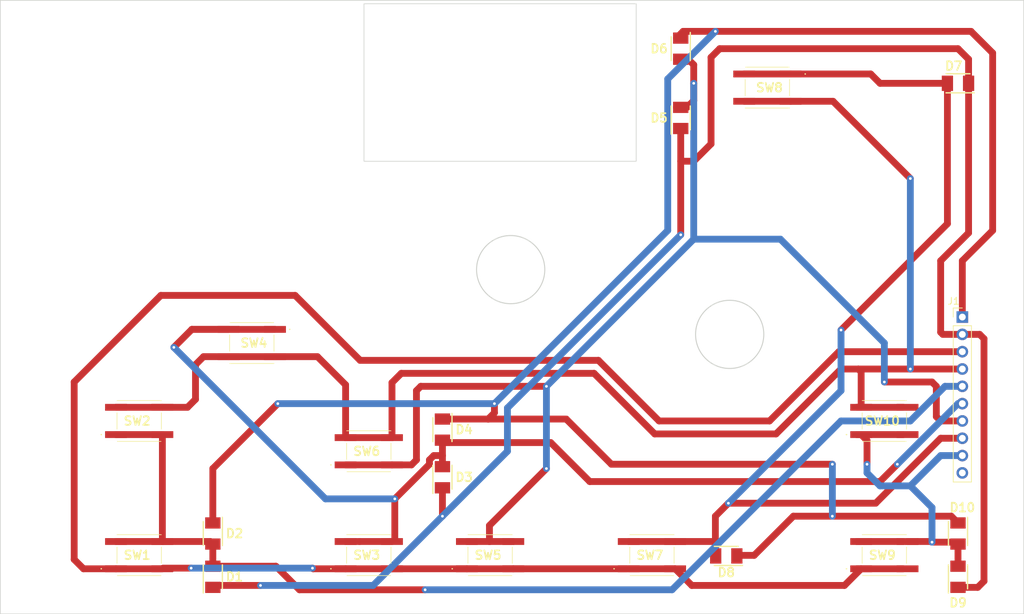
<source format=kicad_pcb>
(kicad_pcb (version 20211014) (generator pcbnew)
  (title_block (title "touchpanel") (date "2022-09-25") (rev "0.1"))
  (layers (0 "F.Cu" signal) (31 "B.Cu" signal) (34 "B.Paste" user) (35 "F.Paste" user) (36 "B.SilkS" user "B.Silkscreen") (37 "F.SilkS" user "F.Silkscreen") (38 "B.Mask" user) (39 "F.Mask" user) (44 "Edge.Cuts" user))
  (net 0 "")
  (net 1 "Net-(D1-Pad1)")
  (net 2 "Net-(D1-Pad2)")
  (net 3 "Net-(D10-Pad1)")
  (net 4 "Net-(D3-Pad2)")
  (net 5 "Net-(D5-Pad2)")
  (net 6 "Net-(D7-Pad2)")
  (net 7 "Net-(D10-Pad2)")
  (net 9 "Net-(J1-Pad3)")
  (net 10 "Net-(J1-Pad4)")
  (footprint "SwitchTouch:EVQQ2201W" (layer "F.Cu") (at 142.325 31.305 180)
    (fp_text reference "SW8" (at -0.3 0) (layer "F.SilkS") (effects (font (size 1.27 1.27) (thickness 0.254))))
    (fp_text value "SW_Push" hide)
    (fp_line (start -3.25 -1.2) (end -3.25 1.2) (layer "F.SilkS") (width 0.1))
    (fp_line (start -3.2 3) (end 3.2 3) (layer "F.SilkS") (width 0.1))
    (fp_line (start -5.6 2) (end -5.6 2) (layer "F.SilkS") (width 0.1))
    (fp_line (start 3.25 -1.2) (end 3.25 1.2) (layer "F.SilkS") (width 0.1))
    (fp_line (start -5.5 2) (end -5.5 2) (layer "F.SilkS") (width 0.1))
    (fp_line (start -3.25 -3) (end 3.25 -3) (layer "F.SilkS") (width 0.1))
    (fp_arc (start -5.5 2) (mid -5.55 2.05) (end -5.6 2) (layer "F.SilkS") (width 0.1))
    (fp_arc (start -5.6 2) (mid -5.55 1.95) (end -5.5 2) (layer "F.SilkS") (width 0.1))
    (pad "A1" smd rect locked (at -3.4 2 270) (size 1 3.2) (layers "F.Cu" "F.Paste" "F.Mask") (net 6 "Net-(D7-Pad2)"))
    (pad "A2" smd rect locked (at 3.4 2 270) (size 1 3.2) (layers "F.Cu" "F.Paste" "F.Mask") (net 6 "Net-(D7-Pad2)"))
    (pad "B1" smd rect locked (at -3.4 -2 270) (size 1 3.2) (layers "F.Cu" "F.Paste" "F.Mask") (net 10 "Net-(J1-Pad4)"))
    (pad "B2" smd rect locked (at 3.4 -2 270) (size 1 3.2) (layers "F.Cu" "F.Paste" "F.Mask") (net 10 "Net-(J1-Pad4)"))
  )
  (footprint "LedTouch:LEDM3528X210N" (layer "F.Cu") (at 94.7 81.47 -90)
    (fp_text reference "D4" (at 0 -3.175) (layer "F.SilkS") (effects (font (size 1.27 1.27) (thickness 0.254))))
    (fp_text value "LED" hide)
    (fp_line (start -1.75 1.4) (end 1.75 1.4) (layer "F.SilkS") (width 0.2))
    (fp_line (start 1.75 -1.4) (end -2.375 -1.4) (layer "F.SilkS") (width 0.2))
    (pad "1" smd rect locked (at -1.55 0 270) (size 1.65 2.25) (layers "F.Cu" "F.Paste" "F.Mask") (net 3 "Net-(D10-Pad1)"))
    (pad "2" smd rect locked (at 1.55 0 270) (size 1.65 2.25) (layers "F.Cu" "F.Paste" "F.Mask") (net 4 "Net-(D3-Pad2)"))
  )
  (footprint "SwitchTouch:EVQQ2201W" (layer "F.Cu") (at 66.76 68.77 180)
    (fp_text reference "SW4" (at -0.3 0) (layer "F.SilkS") (effects (font (size 1.27 1.27) (thickness 0.254))))
    (fp_text value "SW_Push" hide)
    (fp_line (start -3.2 3) (end 3.2 3) (layer "F.SilkS") (width 0.1))
    (fp_line (start -3.25 -3) (end 3.25 -3) (layer "F.SilkS") (width 0.1))
    (fp_line (start -5.6 2) (end -5.6 2) (layer "F.SilkS") (width 0.1))
    (fp_line (start -5.5 2) (end -5.5 2) (layer "F.SilkS") (width 0.1))
    (fp_line (start -3.25 -1.2) (end -3.25 1.2) (layer "F.SilkS") (width 0.1))
    (fp_line (start 3.25 -1.2) (end 3.25 1.2) (layer "F.SilkS") (width 0.1))
    (fp_arc (start -5.6 2) (mid -5.55 1.95) (end -5.5 2) (layer "F.SilkS") (width 0.1))
    (fp_arc (start -5.5 2) (mid -5.55 2.05) (end -5.6 2) (layer "F.SilkS") (width 0.1))
    (pad "A1" smd rect locked (at -3.4 2 270) (size 1 3.2) (layers "F.Cu" "F.Paste" "F.Mask") (net 4 "Net-(D3-Pad2)"))
    (pad "A2" smd rect locked (at 3.4 2 270) (size 1 3.2) (layers "F.Cu" "F.Paste" "F.Mask") (net 4 "Net-(D3-Pad2)"))
    (pad "B1" smd rect locked (at -3.4 -2 270) (size 1 3.2) (layers "F.Cu" "F.Paste" "F.Mask") (net 10 "Net-(J1-Pad4)"))
    (pad "B2" smd rect locked (at 3.4 -2 270) (size 1 3.2) (layers "F.Cu" "F.Paste" "F.Mask") (net 10 "Net-(J1-Pad4)"))
  )
  (footprint "SwitchTouch:EVQQ2201W" (layer "F.Cu") (at 83.905 84.645)
    (fp_text reference "SW6" (at -0.3 0) (layer "F.SilkS") (effects (font (size 1.27 1.27) (thickness 0.254))))
    (fp_text value "SW_Push" hide)
    (fp_line (start -5.5 2) (end -5.5 2) (layer "F.SilkS") (width 0.1))
    (fp_line (start -3.25 -1.2) (end -3.25 1.2) (layer "F.SilkS") (width 0.1))
    (fp_line (start -3.2 3) (end 3.2 3) (layer "F.SilkS") (width 0.1))
    (fp_line (start 3.25 -1.2) (end 3.25 1.2) (layer "F.SilkS") (width 0.1))
    (fp_line (start -5.6 2) (end -5.6 2) (layer "F.SilkS") (width 0.1))
    (fp_line (start -3.25 -3) (end 3.25 -3) (layer "F.SilkS") (width 0.1))
    (fp_arc (start -5.6 2) (mid -5.55 1.95) (end -5.5 2) (layer "F.SilkS") (width 0.1))
    (fp_arc (start -5.5 2) (mid -5.55 2.05) (end -5.6 2) (layer "F.SilkS") (width 0.1))
    (pad "A1" smd rect locked (at -3.4 2 90) (size 1 3.2) (layers "F.Cu" "F.Paste" "F.Mask") (net 5 "Net-(D5-Pad2)"))
    (pad "A2" smd rect locked (at 3.4 2 90) (size 1 3.2) (layers "F.Cu" "F.Paste" "F.Mask") (net 5 "Net-(D5-Pad2)"))
    (pad "B1" smd rect locked (at -3.4 -2 90) (size 1 3.2) (layers "F.Cu" "F.Paste" "F.Mask") (net 10 "Net-(J1-Pad4)"))
    (pad "B2" smd rect locked (at 3.4 -2 90) (size 1 3.2) (layers "F.Cu" "F.Paste" "F.Mask") (net 10 "Net-(J1-Pad4)"))
  )
  (footprint "LedTouch:LEDM3528X210N" (layer "F.Cu") (at 129.625 35.75 90)
    (fp_text reference "D5" (at 0 -3.175 180) (layer "F.SilkS") (effects (font (size 1.27 1.27) (thickness 0.254))))
    (fp_text value "LED" hide)
    (fp_line (start 1.75 -1.4) (end -2.375 -1.4) (layer "F.SilkS") (width 0.2))
    (fp_line (start -1.75 1.4) (end 1.75 1.4) (layer "F.SilkS") (width 0.2))
    (pad "1" smd rect locked (at -1.55 0 90) (size 1.65 2.25) (layers "F.Cu" "F.Paste" "F.Mask") (net 1 "Net-(D1-Pad1)"))
    (pad "2" smd rect locked (at 1.55 0 90) (size 1.65 2.25) (layers "F.Cu" "F.Paste" "F.Mask") (net 5 "Net-(D5-Pad2)"))
  )
  (footprint "LedTouch:LEDM3528X210N" (layer "F.Cu") (at 170.265 103.06 90)
    (fp_text reference "D9" (at -3.81 0 180) (layer "F.SilkS") (effects (font (size 1.27 1.27) (thickness 0.254))))
    (fp_text value "LED" hide)
    (fp_line (start -1.75 1.4) (end 1.75 1.4) (layer "F.SilkS") (width 0.2))
    (fp_line (start 1.75 -1.4) (end -2.375 -1.4) (layer "F.SilkS") (width 0.2))
    (pad "1" smd rect locked (at -1.55 0 90) (size 1.65 2.25) (layers "F.Cu" "F.Paste" "F.Mask") (net 1 "Net-(D1-Pad1)"))
    (pad "2" smd rect locked (at 1.55 0 90) (size 1.65 2.25) (layers "F.Cu" "F.Paste" "F.Mask") (net 7 "Net-(D10-Pad2)"))
  )
  (footprint "LedTouch:LEDM3528X210N" (layer "F.Cu") (at 170.265 96.71 -90)
    (fp_text reference "D10" (at -3.81 -0.635 180) (layer "F.SilkS") (effects (font (size 1.27 1.27) (thickness 0.254))))
    (fp_text value "LED" hide)
    (fp_line (start -1.75 1.4) (end 1.75 1.4) (layer "F.SilkS") (width 0.2))
    (fp_line (start 1.75 -1.4) (end -2.375 -1.4) (layer "F.SilkS") (width 0.2))
    (pad "1" smd rect locked (at -1.55 0 270) (size 1.65 2.25) (layers "F.Cu" "F.Paste" "F.Mask") (net 3 "Net-(D10-Pad1)"))
    (pad "2" smd rect locked (at 1.55 0 270) (size 1.65 2.25) (layers "F.Cu" "F.Paste" "F.Mask") (net 7 "Net-(D10-Pad2)"))
  )
  (footprint "Connector_PinHeader_2.54mm:PinHeader_1x10_P2.54mm_Vertical" (layer "F.Cu") (at 170.9 64.96)
    (fp_text reference "J1" (at -1.27 -2.33) (layer "F.SilkS"))
    (fp_text value "Conn_01x10")
    (fp_line (start -1.33 24.19) (end 1.33 24.19) (layer "F.SilkS") (width 0.12))
    (fp_line (start -1.33 1.27) (end -1.33 24.19) (layer "F.SilkS") (width 0.12))
    (fp_line (start 1.33 1.27) (end 1.33 24.19) (layer "F.SilkS") (width 0.12))
    (fp_line (start -1.33 0) (end -1.33 -1.33) (layer "F.SilkS") (width 0.12))
    (fp_line (start -1.33 1.27) (end 1.33 1.27) (layer "F.SilkS") (width 0.12))
    (fp_line (start -1.33 -1.33) (end 0 -1.33) (layer "F.SilkS") (width 0.12))
    (pad "1" thru_hole rect (at 0 0) (size 1.7 1.7) (drill 1) (layers *.Cu *.Mask) (net 3 "Net-(D10-Pad1)"))
    (pad "2" thru_hole oval (at 0 2.54) (size 1.7 1.7) (drill 1) (layers *.Cu *.Mask) (net 1 "Net-(D1-Pad1)"))
    (pad "3" thru_hole oval (at 0 5.08) (size 1.7 1.7) (drill 1) (layers *.Cu *.Mask) (net 9 "Net-(J1-Pad3)"))
    (pad "4" thru_hole oval (at 0 7.62) (size 1.7 1.7) (drill 1) (layers *.Cu *.Mask) (net 10 "Net-(J1-Pad4)"))
    (pad "5" thru_hole oval (at 0 10.16) (size 1.7 1.7) (drill 1) (layers *.Cu *.Mask) (net 2 "Net-(D1-Pad2)"))
    (pad "6" thru_hole oval (at 0 12.7) (size 1.7 1.7) (drill 1) (layers *.Cu *.Mask) (net 4 "Net-(D3-Pad2)"))
    (pad "7" thru_hole oval (at 0 15.24) (size 1.7 1.7) (drill 1) (layers *.Cu *.Mask) (net 5 "Net-(D5-Pad2)"))
    (pad "8" thru_hole oval (at 0 17.78) (size 1.7 1.7) (drill 1) (layers *.Cu *.Mask) (net 6 "Net-(D7-Pad2)"))
    (pad "9" thru_hole oval (at 0 20.32) (size 1.7 1.7) (drill 1) (layers *.Cu *.Mask) (net 7 "Net-(D10-Pad2)"))
    (pad "10" thru_hole oval (at 0 22.86) (size 1.7 1.7) (drill 1) (layers *.Cu *.Mask))
  )
  (footprint "LedTouch:LEDM3528X210N" (layer "F.Cu") (at 94.7 88.455 90)
    (fp_text reference "D3" (at 0 3.175 180) (layer "F.SilkS") (effects (font (size 1.27 1.27) (thickness 0.254))))
    (fp_text value "LED" hide)
    (fp_line (start -1.75 1.4) (end 1.75 1.4) (layer "F.SilkS") (width 0.2))
    (fp_line (start 1.75 -1.4) (end -2.375 -1.4) (layer "F.SilkS") (width 0.2))
    (pad "1" smd rect locked (at -1.55 0 90) (size 1.65 2.25) (layers "F.Cu" "F.Paste" "F.Mask") (net 1 "Net-(D1-Pad1)"))
    (pad "2" smd rect locked (at 1.55 0 90) (size 1.65 2.25) (layers "F.Cu" "F.Paste" "F.Mask") (net 4 "Net-(D3-Pad2)"))
  )
  (footprint "SwitchTouch:EVQQ2201W" (layer "F.Cu") (at 125.405 99.885)
    (fp_text reference "SW7" (at -0.3 0) (layer "F.SilkS") (effects (font (size 1.27 1.27) (thickness 0.254))))
    (fp_text value "SW_Push" hide)
    (fp_line (start -3.2 3) (end 3.2 3) (layer "F.SilkS") (width 0.1))
    (fp_line (start -3.25 -3) (end 3.25 -3) (layer "F.SilkS") (width 0.1))
    (fp_line (start 3.25 -1.2) (end 3.25 1.2) (layer "F.SilkS") (width 0.1))
    (fp_line (start -5.6 2) (end -5.6 2) (layer "F.SilkS") (width 0.1))
    (fp_line (start -5.5 2) (end -5.5 2) (layer "F.SilkS") (width 0.1))
    (fp_line (start -3.25 -1.2) (end -3.25 1.2) (layer "F.SilkS") (width 0.1))
    (fp_arc (start -5.6 2) (mid -5.55 1.95) (end -5.5 2) (layer "F.SilkS") (width 0.1))
    (fp_arc (start -5.5 2) (mid -5.55 2.05) (end -5.6 2) (layer "F.SilkS") (width 0.1))
    (pad "A1" smd rect locked (at -3.4 2 90) (size 1 3.2) (layers "F.Cu" "F.Paste" "F.Mask") (net 9 "Net-(J1-Pad3)"))
    (pad "A2" smd rect locked (at 3.4 2 90) (size 1 3.2) (layers "F.Cu" "F.Paste" "F.Mask") (net 9 "Net-(J1-Pad3)"))
    (pad "B1" smd rect locked (at -3.4 -2 90) (size 1 3.2) (layers "F.Cu" "F.Paste" "F.Mask") (net 6 "Net-(D7-Pad2)"))
    (pad "B2" smd rect locked (at 3.4 -2 90) (size 1 3.2) (layers "F.Cu" "F.Paste" "F.Mask") (net 6 "Net-(D7-Pad2)"))
  )
  (footprint "SwitchTouch:EVQQ2201W" (layer "F.Cu") (at 101.685 99.885)
    (fp_text reference "SW5" (at -0.3 0) (layer "F.SilkS") (effects (font (size 1.27 1.27) (thickness 0.254))))
    (fp_text value "SW_Push" hide)
    (fp_line (start -5.6 2) (end -5.6 2) (layer "F.SilkS") (width 0.1))
    (fp_line (start -3.25 -1.2) (end -3.25 1.2) (layer "F.SilkS") (width 0.1))
    (fp_line (start -3.25 -3) (end 3.25 -3) (layer "F.SilkS") (width 0.1))
    (fp_line (start -5.5 2) (end -5.5 2) (layer "F.SilkS") (width 0.1))
    (fp_line (start -3.2 3) (end 3.2 3) (layer "F.SilkS") (width 0.1))
    (fp_line (start 3.25 -1.2) (end 3.25 1.2) (layer "F.SilkS") (width 0.1))
    (fp_arc (start -5.5 2) (mid -5.55 2.05) (end -5.6 2) (layer "F.SilkS") (width 0.1))
    (fp_arc (start -5.6 2) (mid -5.55 1.95) (end -5.5 2) (layer "F.SilkS") (width 0.1))
    (pad "A1" smd rect locked (at -3.4 2 90) (size 1 3.2) (layers "F.Cu" "F.Paste" "F.Mask") (net 9 "Net-(J1-Pad3)"))
    (pad "A2" smd rect locked (at 3.4 2 90) (size 1 3.2) (layers "F.Cu" "F.Paste" "F.Mask") (net 9 "Net-(J1-Pad3)"))
    (pad "B1" smd rect locked (at -3.4 -2 90) (size 1 3.2) (layers "F.Cu" "F.Paste" "F.Mask") (net 5 "Net-(D5-Pad2)"))
    (pad "B2" smd rect locked (at 3.4 -2 90) (size 1 3.2) (layers "F.Cu" "F.Paste" "F.Mask") (net 5 "Net-(D5-Pad2)"))
  )
  (footprint "SwitchTouch:EVQQ2201W" (layer "F.Cu") (at 159.47 99.885)
    (fp_text reference "SW9" (at -0.3 0) (layer "F.SilkS") (effects (font (size 1.27 1.27) (thickness 0.254))))
    (fp_text value "SW_Push" hide)
    (fp_line (start -3.25 -1.2) (end -3.25 1.2) (layer "F.SilkS") (width 0.1))
    (fp_line (start -3.2 3) (end 3.2 3) (layer "F.SilkS") (width 0.1))
    (fp_line (start -5.6 2) (end -5.6 2) (layer "F.SilkS") (width 0.1))
    (fp_line (start 3.25 -1.2) (end 3.25 1.2) (layer "F.SilkS") (width 0.1))
    (fp_line (start -5.5 2) (end -5.5 2) (layer "F.SilkS") (width 0.1))
    (fp_line (start -3.25 -3) (end 3.25 -3) (layer "F.SilkS") (width 0.1))
    (fp_arc (start -5.5 2) (mid -5.55 2.05) (end -5.6 2) (layer "F.SilkS") (width 0.1))
    (fp_arc (start -5.6 2) (mid -5.55 1.95) (end -5.5 2) (layer "F.SilkS") (width 0.1))
    (pad "A1" smd rect locked (at -3.4 2 90) (size 1 3.2) (layers "F.Cu" "F.Paste" "F.Mask") (net 9 "Net-(J1-Pad3)"))
    (pad "A2" smd rect locked (at 3.4 2 90) (size 1 3.2) (layers "F.Cu" "F.Paste" "F.Mask") (net 9 "Net-(J1-Pad3)"))
    (pad "B1" smd rect locked (at -3.4 -2 90) (size 1 3.2) (layers "F.Cu" "F.Paste" "F.Mask") (net 7 "Net-(D10-Pad2)"))
    (pad "B2" smd rect locked (at 3.4 -2 90) (size 1 3.2) (layers "F.Cu" "F.Paste" "F.Mask") (net 7 "Net-(D10-Pad2)"))
  )
  (footprint "LedTouch:LEDM3528X210N" (layer "F.Cu") (at 129.625 25.59 -90)
    (fp_text reference "D6" (at 0 3.175 180) (layer "F.SilkS") (effects (font (size 1.27 1.27) (thickness 0.254))))
    (fp_text value "LED" hide)
    (fp_line (start -1.75 1.4) (end 1.75 1.4) (layer "F.SilkS") (width 0.2))
    (fp_line (start 1.75 -1.4) (end -2.375 -1.4) (layer "F.SilkS") (width 0.2))
    (pad "1" smd rect locked (at -1.55 0 270) (size 1.65 2.25) (layers "F.Cu" "F.Paste" "F.Mask") (net 3 "Net-(D10-Pad1)"))
    (pad "2" smd rect locked (at 1.55 0 270) (size 1.65 2.25) (layers "F.Cu" "F.Paste" "F.Mask") (net 5 "Net-(D5-Pad2)"))
  )
  (footprint "LedTouch:LEDM3528X210N" (layer "F.Cu") (at 170.265 30.67 180)
    (fp_text reference "D7" (at 0.635 2.54) (layer "F.SilkS") (effects (font (size 1.27 1.27) (thickness 0.254))))
    (fp_text value "LED" hide)
    (fp_line (start 1.75 -1.4) (end -2.375 -1.4) (layer "F.SilkS") (width 0.2))
    (fp_line (start -1.75 1.4) (end 1.75 1.4) (layer "F.SilkS") (width 0.2))
    (pad "1" smd rect locked (at -1.55 0 180) (size 1.65 2.25) (layers "F.Cu" "F.Paste" "F.Mask") (net 1 "Net-(D1-Pad1)"))
    (pad "2" smd rect locked (at 1.55 0 180) (size 1.65 2.25) (layers "F.Cu" "F.Paste" "F.Mask") (net 6 "Net-(D7-Pad2)"))
  )
  (footprint "LedTouch:LEDM3528X210N" (layer "F.Cu") (at 61.045 96.71 -90)
    (fp_text reference "D2" (at 0 -3.175 180) (layer "F.SilkS") (effects (font (size 1.27 1.27) (thickness 0.254))))
    (fp_text value "LED" hide)
    (fp_line (start 1.75 -1.4) (end -2.375 -1.4) (layer "F.SilkS") (width 0.2))
    (fp_line (start -1.75 1.4) (end 1.75 1.4) (layer "F.SilkS") (width 0.2))
    (pad "1" smd rect locked (at -1.55 0 270) (size 1.65 2.25) (layers "F.Cu" "F.Paste" "F.Mask") (net 3 "Net-(D10-Pad1)"))
    (pad "2" smd rect locked (at 1.55 0 270) (size 1.65 2.25) (layers "F.Cu" "F.Paste" "F.Mask") (net 2 "Net-(D1-Pad2)"))
  )
  (footprint "LedTouch:LEDM3528X210N" (layer "F.Cu") (at 136.3 100 180)
    (fp_text reference "D8" (at 0 -2.425) (layer "F.SilkS") (effects (font (size 1.27 1.27) (thickness 0.254))))
    (fp_text value "LED" hide)
    (fp_line (start -1.75 1.4) (end 1.75 1.4) (layer "F.SilkS") (width 0.2))
    (fp_line (start 1.75 -1.4) (end -2.375 -1.4) (layer "F.SilkS") (width 0.2))
    (pad "1" smd rect locked (at -1.55 0 180) (size 1.65 2.25) (layers "F.Cu" "F.Paste" "F.Mask") (net 3 "Net-(D10-Pad1)"))
    (pad "2" smd rect locked (at 1.55 0 180) (size 1.65 2.25) (layers "F.Cu" "F.Paste" "F.Mask") (net 6 "Net-(D7-Pad2)"))
  )
  (footprint "LedTouch:LEDM3528X210N" (layer "F.Cu") (at 61.045 103.06 90)
    (fp_text reference "D1" (at 0 3.175 180) (layer "F.SilkS") (effects (font (size 1.27 1.27) (thickness 0.254))))
    (fp_text value "LED" hide)
    (fp_line (start -1.75 1.4) (end 1.75 1.4) (layer "F.SilkS") (width 0.2))
    (fp_line (start 1.75 -1.4) (end -2.375 -1.4) (layer "F.SilkS") (width 0.2))
    (pad "1" smd rect locked (at -1.55 0 90) (size 1.65 2.25) (layers "F.Cu" "F.Paste" "F.Mask") (net 1 "Net-(D1-Pad1)"))
    (pad "2" smd rect locked (at 1.55 0 90) (size 1.65 2.25) (layers "F.Cu" "F.Paste" "F.Mask") (net 2 "Net-(D1-Pad2)"))
  )
  (footprint "SwitchTouch:EVQQ2201W" (layer "F.Cu") (at 50.25 80.2)
    (fp_text reference "SW2" (at -0.3 0) (layer "F.SilkS") (effects (font (size 1.27 1.27) (thickness 0.254))))
    (fp_text value "SW_Push" hide)
    (fp_line (start -5.5 2) (end -5.5 2) (layer "F.SilkS") (width 0.1))
    (fp_line (start -3.25 -3) (end 3.25 -3) (layer "F.SilkS") (width 0.1))
    (fp_line (start -3.2 3) (end 3.2 3) (layer "F.SilkS") (width 0.1))
    (fp_line (start -3.25 -1.2) (end -3.25 1.2) (layer "F.SilkS") (width 0.1))
    (fp_line (start -5.6 2) (end -5.6 2) (layer "F.SilkS") (width 0.1))
    (fp_line (start 3.25 -1.2) (end 3.25 1.2) (layer "F.SilkS") (width 0.1))
    (fp_arc (start -5.5 2) (mid -5.55 2.05) (end -5.6 2) (layer "F.SilkS") (width 0.1))
    (fp_arc (start -5.6 2) (mid -5.55 1.95) (end -5.5 2) (layer "F.SilkS") (width 0.1))
    (pad "A1" smd rect locked (at -3.4 2 90) (size 1 3.2) (layers "F.Cu" "F.Paste" "F.Mask") (net 2 "Net-(D1-Pad2)"))
    (pad "A2" smd rect locked (at 3.4 2 90) (size 1 3.2) (layers "F.Cu" "F.Paste" "F.Mask") (net 2 "Net-(D1-Pad2)"))
    (pad "B1" smd rect locked (at -3.4 -2 90) (size 1 3.2) (layers "F.Cu" "F.Paste" "F.Mask") (net 10 "Net-(J1-Pad4)"))
    (pad "B2" smd rect locked (at 3.4 -2 90) (size 1 3.2) (layers "F.Cu" "F.Paste" "F.Mask") (net 10 "Net-(J1-Pad4)"))
  )
  (footprint "SwitchTouch:EVQQ2201W" (layer "F.Cu") (at 159.47 80.2)
    (fp_text reference "SW10" (at -0.3 0) (layer "F.SilkS") (effects (font (size 1.27 1.27) (thickness 0.254))))
    (fp_text value "SW_Push" hide)
    (fp_line (start -3.25 -1.2) (end -3.25 1.2) (layer "F.SilkS") (width 0.1))
    (fp_line (start -3.2 3) (end 3.2 3) (layer "F.SilkS") (width 0.1))
    (fp_line (start -5.5 2) (end -5.5 2) (layer "F.SilkS") (width 0.1))
    (fp_line (start -3.25 -3) (end 3.25 -3) (layer "F.SilkS") (width 0.1))
    (fp_line (start -5.6 2) (end -5.6 2) (layer "F.SilkS") (width 0.1))
    (fp_line (start 3.25 -1.2) (end 3.25 1.2) (layer "F.SilkS") (width 0.1))
    (fp_arc (start -5.6 2) (mid -5.55 1.95) (end -5.5 2) (layer "F.SilkS") (width 0.1))
    (fp_arc (start -5.5 2) (mid -5.55 2.05) (end -5.6 2) (layer "F.SilkS") (width 0.1))
    (pad "A1" smd rect locked (at -3.4 2 90) (size 1 3.2) (layers "F.Cu" "F.Paste" "F.Mask") (net 7 "Net-(D10-Pad2)"))
    (pad "A2" smd rect locked (at 3.4 2 90) (size 1 3.2) (layers "F.Cu" "F.Paste" "F.Mask") (net 7 "Net-(D10-Pad2)"))
    (pad "B1" smd rect locked (at -3.4 -2 90) (size 1 3.2) (layers "F.Cu" "F.Paste" "F.Mask") (net 10 "Net-(J1-Pad4)"))
    (pad "B2" smd rect locked (at 3.4 -2 90) (size 1 3.2) (layers "F.Cu" "F.Paste" "F.Mask") (net 10 "Net-(J1-Pad4)"))
  )
  (footprint "SwitchTouch:EVQQ2201W" (layer "F.Cu") (at 50.25 99.885)
    (fp_text reference "SW1" (at -0.3 0) (layer "F.SilkS") (effects (font (size 1.27 1.27) (thickness 0.254))))
    (fp_text value "SW_Push" hide)
    (fp_line (start 3.25 -1.2) (end 3.25 1.2) (layer "F.SilkS") (width 0.1))
    (fp_line (start -3.25 -3) (end 3.25 -3) (layer "F.SilkS") (width 0.1))
    (fp_line (start -3.2 3) (end 3.2 3) (layer "F.SilkS") (width 0.1))
    (fp_line (start -5.5 2) (end -5.5 2) (layer "F.SilkS") (width 0.1))
    (fp_line (start -5.6 2) (end -5.6 2) (layer "F.SilkS") (width 0.1))
    (fp_line (start -3.25 -1.2) (end -3.25 1.2) (layer "F.SilkS") (width 0.1))
    (fp_arc (start -5.6 2) (mid -5.55 1.95) (end -5.5 2) (layer "F.SilkS") (width 0.1))
    (fp_arc (start -5.5 2) (mid -5.55 2.05) (end -5.6 2) (layer "F.SilkS") (width 0.1))
    (pad "A1" smd rect locked (at -3.4 2 90) (size 1 3.2) (layers "F.Cu" "F.Paste" "F.Mask") (net 9 "Net-(J1-Pad3)"))
    (pad "A2" smd rect locked (at 3.4 2 90) (size 1 3.2) (layers "F.Cu" "F.Paste" "F.Mask") (net 9 "Net-(J1-Pad3)"))
    (pad "B1" smd rect locked (at -3.4 -2 90) (size 1 3.2) (layers "F.Cu" "F.Paste" "F.Mask") (net 2 "Net-(D1-Pad2)"))
    (pad "B2" smd rect locked (at 3.4 -2 90) (size 1 3.2) (layers "F.Cu" "F.Paste" "F.Mask") (net 2 "Net-(D1-Pad2)"))
  )
  (footprint "SwitchTouch:EVQQ2201W" (layer "F.Cu") (at 83.905 99.885)
    (fp_text reference "SW3" (at -0.3 0) (layer "F.SilkS") (effects (font (size 1.27 1.27) (thickness 0.254))))
    (fp_text value "SW_Push" hide)
    (fp_line (start -3.25 -1.2) (end -3.25 1.2) (layer "F.SilkS") (width 0.1))
    (fp_line (start -3.25 -3) (end 3.25 -3) (layer "F.SilkS") (width 0.1))
    (fp_line (start -5.5 2) (end -5.5 2) (layer "F.SilkS") (width 0.1))
    (fp_line (start 3.25 -1.2) (end 3.25 1.2) (layer "F.SilkS") (width 0.1))
    (fp_line (start -3.2 3) (end 3.2 3) (layer "F.SilkS") (width 0.1))
    (fp_line (start -5.6 2) (end -5.6 2) (layer "F.SilkS") (width 0.1))
    (fp_arc (start -5.6 2) (mid -5.55 1.95) (end -5.5 2) (layer "F.SilkS") (width 0.1))
    (fp_arc (start -5.5 2) (mid -5.55 2.05) (end -5.6 2) (layer "F.SilkS") (width 0.1))
    (pad "A1" smd rect locked (at -3.4 2 90) (size 1 3.2) (layers "F.Cu" "F.Paste" "F.Mask") (net 9 "Net-(J1-Pad3)"))
    (pad "A2" smd rect locked (at 3.4 2 90) (size 1 3.2) (layers "F.Cu" "F.Paste" "F.Mask") (net 9 "Net-(J1-Pad3)"))
    (pad "B1" smd rect locked (at -3.4 -2 90) (size 1 3.2) (layers "F.Cu" "F.Paste" "F.Mask") (net 4 "Net-(D3-Pad2)"))
    (pad "B2" smd rect locked (at 3.4 -2 90) (size 1 3.2) (layers "F.Cu" "F.Paste" "F.Mask") (net 4 "Net-(D3-Pad2)"))
  )
  (gr_rect (start 83.2 19) (end 123.1 42.105) (layer "Edge.Cuts") (width 0.1) (fill none))
  (gr_rect (start 29.9 18.5) (end 179.9 108.5) (layer "Edge.Cuts") (width 0.1) (fill none))
  (gr_circle (center 136.8 67.5) (end 141.8 67.5) (layer "Edge.Cuts") (width 0.15) (fill none))
  (gr_circle (center 104.7 58) (end 109.7 58) (layer "Edge.Cuts") (width 0.15) (fill none))
  (segment (start 134.07 39.56) (end 131.53 42.1) (width 1) (layer "F.Cu") (net 1))
  (segment (start 167.725 67.1825) (end 167.725 56.705) (width 1) (layer "F.Cu") (net 1))
  (segment (start 68.03 104.33) (end 61.325 104.33) (width 1) (layer "F.Cu") (net 1))
  (segment (start 135.34 25.59) (end 134.07 26.86) (width 1) (layer "F.Cu") (net 1))
  (segment (start 173.16 104.61) (end 174.075 103.695) (width 1) (layer "F.Cu") (net 1))
  (segment (start 170.265 25.59) (end 135.34 25.59) (width 1) (layer "F.Cu") (net 1))
  (segment (start 129.625 37.3) (end 129.625 52.895) (width 1) (layer "F.Cu") (net 1))
  (segment (start 131.53 42.1) (end 129.625 42.1) (width 1) (layer "F.Cu") (net 1))
  (segment (start 174.075 68.135) (end 173.44 67.5) (width 1) (layer "F.Cu") (net 1))
  (segment (start 171.815 52.615) (end 171.815 27.14) (width 1) (layer "F.Cu") (net 1))
  (segment (start 134.07 26.86) (end 134.07 39.56) (width 1) (layer "F.Cu") (net 1))
  (segment (start 61.325 104.33) (end 61.045 104.61) (width 1) (layer "F.Cu") (net 1))
  (segment (start 171.255 104.61) (end 173.16 104.61) (width 1) (layer "F.Cu") (net 1))
  (segment (start 174.075 103.695) (end 174.075 68.135) (width 1) (layer "F.Cu") (net 1))
  (segment (start 94.7 90.005) (end 94.7 94.17) (width 1) (layer "F.Cu") (net 1))
  (segment (start 167.725 56.705) (end 171.815 52.615) (width 1) (layer "F.Cu") (net 1))
  (segment (start 170.265 104.61) (end 171.255 104.61) (width 0.25) (layer "F.Cu") (net 1))
  (segment (start 171.815 27.14) (end 170.265 25.59) (width 1) (layer "F.Cu") (net 1))
  (segment (start 173.44 67.5) (end 170.9 67.5) (width 1) (layer "F.Cu") (net 1))
  (segment (start 170.9 67.5) (end 168.0425 67.5) (width 1) (layer "F.Cu") (net 1))
  (segment (start 168.0425 67.5) (end 167.725 67.1825) (width 1) (layer "F.Cu") (net 1))
  (via (at 68.03 104.33) (size 0.8) (drill 0.4) (layers "F.Cu" "B.Cu") (net 1))
  (via (at 94.7 94.17) (size 0.8) (drill 0.4) (layers "F.Cu" "B.Cu") (net 1))
  (via (at 129.625 52.895) (size 0.8) (drill 0.4) (layers "F.Cu" "B.Cu") (net 1))
  (segment (start 129.625 52.895) (end 104.225 78.295) (width 1) (layer "B.Cu") (net 1))
  (segment (start 84.54 104.33) (end 68.03 104.33) (width 1) (layer "B.Cu") (net 1))
  (segment (start 104.225 84.645) (end 94.7 94.17) (width 1) (layer "B.Cu") (net 1))
  (segment (start 104.225 78.295) (end 104.225 84.645) (width 1) (layer "B.Cu") (net 1))
  (segment (start 94.7 94.17) (end 84.54 104.33) (width 1) (layer "B.Cu") (net 1))
  (segment (start 53.65 97.885) (end 53.65 82.2) (width 1) (layer "F.Cu") (net 2))
  (segment (start 61.045 98.26) (end 61.045 101.51) (width 1) (layer "F.Cu") (net 2))
  (segment (start 70.29 101.51) (end 61.045 101.51) (width 1) (layer "F.Cu") (net 2))
  (segment (start 60.67 97.885) (end 61.045 98.26) (width 1) (layer "F.Cu") (net 2))
  (segment (start 46.85 97.885) (end 53.65 97.885) (width 1) (layer "F.Cu") (net 2))
  (segment (start 92.16 104.965) (end 73.745 104.965) (width 1) (layer "F.Cu") (net 2))
  (segment (start 53.65 97.885) (end 60.67 97.885) (width 1) (layer "F.Cu") (net 2))
  (segment (start 73.745 104.965) (end 70.29 101.51) (width 1) (layer "F.Cu") (net 2))
  (segment (start 46.85 82.2) (end 53.65 82.2) (width 1) (layer "F.Cu") (net 2))
  (via (at 92.16 104.965) (size 0.8) (drill 0.4) (layers "F.Cu" "B.Cu") (net 2))
  (segment (start 153.12 80.2) (end 128.355 104.965) (width 1) (layer "B.Cu") (net 2))
  (segment (start 128.355 104.965) (end 92.16 104.965) (width 1) (layer "B.Cu") (net 2))
  (segment (start 168.36 75.12) (end 163.28 80.2) (width 1) (layer "B.Cu") (net 2))
  (segment (start 170.9 75.12) (end 168.36 75.12) (width 1) (layer "B.Cu") (net 2))
  (segment (start 163.28 80.2) (end 153.12 80.2) (width 1) (layer "B.Cu") (net 2))
  (segment (start 61.045 95.16) (end 61.045 87.185) (width 1) (layer "F.Cu") (net 3))
  (segment (start 170.9 56.705) (end 170.9 64.96) (width 1) (layer "F.Cu") (net 3))
  (segment (start 169.275 94.17) (end 170.265 95.16) (width 1) (layer "F.Cu") (net 3))
  (segment (start 175.345 26.225) (end 175.345 52.26) (width 1) (layer "F.Cu") (net 3))
  (segment (start 112.835 79.92) (end 101.405 79.92) (width 1) (layer "F.Cu") (net 3))
  (segment (start 175.345 52.26) (end 170.9 56.705) (width 1) (layer "F.Cu") (net 3))
  (segment (start 140.39 99.915) (end 137.85 99.915) (width 1) (layer "F.Cu") (net 3))
  (segment (start 151.85 94.17) (end 169.275 94.17) (width 1) (layer "F.Cu") (net 3))
  (segment (start 172.17 23.05) (end 175.345 26.225) (width 1) (layer "F.Cu") (net 3))
  (segment (start 151.85 86.55) (end 119.465 86.55) (width 1) (layer "F.Cu") (net 3))
  (segment (start 101.405 79.92) (end 94.7 79.92) (width 1) (layer "F.Cu") (net 3))
  (segment (start 151.85 94.17) (end 146.135 94.17) (width 1) (layer "F.Cu") (net 3))
  (segment (start 134.705 23.05) (end 129.98 23.05) (width 1) (layer "F.Cu") (net 3))
  (segment (start 146.135 94.17) (end 140.39 99.915) (width 1) (layer "F.Cu") (net 3))
  (segment (start 134.705 23.05) (end 172.17 23.05) (width 1) (layer "F.Cu") (net 3))
  (segment (start 101.405 79.92) (end 102.32 79.005) (width 1) (layer "F.Cu") (net 3))
  (segment (start 119.465 86.55) (end 112.835 79.92) (width 1) (layer "F.Cu") (net 3))
  (segment (start 61.045 87.185) (end 70.57 77.66) (width 1) (layer "F.Cu") (net 3))
  (segment (start 137.85 99.915) (end 137.85 100) (width 0.25) (layer "F.Cu") (net 3))
  (segment (start 102.32 79.005) (end 102.32 77.66) (width 1) (layer "F.Cu") (net 3))
  (segment (start 129.98 23.05) (end 128.99 24.04) (width 1) (layer "F.Cu") (net 3))
  (via (at 151.85 86.55) (size 0.8) (drill 0.4) (layers "F.Cu" "B.Cu") (net 3))
  (via (at 70.57 77.66) (size 0.8) (drill 0.4) (layers "F.Cu" "B.Cu") (net 3))
  (via (at 102.32 77.66) (size 0.8) (drill 0.4) (layers "F.Cu" "B.Cu") (net 3))
  (via (at 151.85 94.17) (size 0.8) (drill 0.4) (layers "F.Cu" "B.Cu") (net 3))
  (via (at 134.705 23.05) (size 0.8) (drill 0.4) (layers "F.Cu" "B.Cu") (net 3))
  (segment (start 127.72 52.26) (end 102.32 77.66) (width 1) (layer "B.Cu") (net 3))
  (segment (start 134.705 23.05) (end 127.72 30.035) (width 1) (layer "B.Cu") (net 3))
  (segment (start 151.85 86.55) (end 151.85 94.17) (width 1) (layer "B.Cu") (net 3))
  (segment (start 127.72 30.035) (end 127.72 52.26) (width 1) (layer "B.Cu") (net 3))
  (segment (start 70.57 77.66) (end 102.32 77.66) (width 1) (layer "B.Cu") (net 3))
  (segment (start 87.715 91.63) (end 92.795 86.55) (width 1) (layer "F.Cu") (net 4))
  (segment (start 63.36 66.77) (end 57.965 66.77) (width 1) (layer "F.Cu") (net 4))
  (segment (start 94.7 83.02) (end 94.7 86.905) (width 1) (layer "F.Cu") (net 4))
  (segment (start 87.715 91.63) (end 87.715 97.475) (width 1) (layer "F.Cu") (net 4))
  (segment (start 110.575 83.375) (end 95.055 83.375) (width 1) (layer "F.Cu") (net 4))
  (segment (start 80.505 97.885) (end 82.54 97.885) (width 1) (layer "F.Cu") (net 4))
  (segment (start 93.43 85.28) (end 94.7 85.28) (width 1) (layer "F.Cu") (net 4))
  (segment (start 82.54 97.885) (end 87.305 97.885) (width 1) (layer "F.Cu") (net 4))
  (segment (start 161.375 86.55) (end 158.835 89.09) (width 1) (layer "F.Cu") (net 4))
  (segment (start 95.055 83.375) (end 94.7 83.02) (width 1) (layer "F.Cu") (net 4))
  (segment (start 116.29 89.09) (end 110.575 83.375) (width 1) (layer "F.Cu") (net 4))
  (segment (start 57.965 66.77) (end 55.33 69.405) (width 1) (layer "F.Cu") (net 4))
  (segment (start 92.795 85.915) (end 93.43 85.28) (width 1) (layer "F.Cu") (net 4))
  (segment (start 92.795 86.55) (end 92.795 85.915) (width 1) (layer "F.Cu") (net 4))
  (segment (start 57.965 66.77) (end 70.16 66.77) (width 1) (layer "F.Cu") (net 4))
  (segment (start 158.835 89.09) (end 116.29 89.09) (width 1) (layer "F.Cu") (net 4))
  (via (at 87.715 91.63) (size 0.8) (drill 0.4) (layers "F.Cu" "B.Cu") (net 4))
  (via (at 55.33 69.405) (size 0.8) (drill 0.4) (layers "F.Cu" "B.Cu") (net 4))
  (via (at 161.375 86.55) (size 0.8) (drill 0.4) (layers "F.Cu" "B.Cu") (net 4))
  (segment (start 161.375 86.55) (end 170.265 77.66) (width 1) (layer "B.Cu") (net 4))
  (segment (start 77.555 91.63) (end 87.715 91.63) (width 1) (layer "B.Cu") (net 4))
  (segment (start 55.33 69.405) (end 77.555 91.63) (width 1) (layer "B.Cu") (net 4))
  (segment (start 170.265 77.66) (end 170.9 77.66) (width 1) (layer "B.Cu") (net 4))
  (segment (start 90.89 75.755) (end 90.89 85.915) (width 1) (layer "F.Cu") (net 5))
  (segment (start 131.53 33.21) (end 130.54 34.2) (width 1) (layer "F.Cu") (net 5))
  (segment (start 131.53 27.9525) (end 130.7175 27.14) (width 1) (layer "F.Cu") (net 5))
  (segment (start 131.53 30.67) (end 131.53 27.9525) (width 1) (layer "F.Cu") (net 5))
  (segment (start 166.455 74.485) (end 167.09 75.12) (width 1) (layer "F.Cu") (net 5))
  (segment (start 167.09 79.565) (end 167.725 80.2) (width 1) (layer "F.Cu") (net 5))
  (segment (start 90.89 85.915) (end 90.16 86.645) (width 1) (layer "F.Cu") (net 5))
  (segment (start 80.505 86.645) (end 87.305 86.645) (width 1) (layer "F.Cu") (net 5))
  (segment (start 98.285 97.885) (end 101.59 97.885) (width 1) (layer "F.Cu") (net 5))
  (segment (start 109.94 87.185) (end 101.59 95.535) (width 1) (layer "F.Cu") (net 5))
  (segment (start 130.54 34.2) (end 128.99 34.2) (width 1) (layer "F.Cu") (net 5))
  (segment (start 130.7175 27.14) (end 128.99 27.14) (width 1) (layer "F.Cu") (net 5))
  (segment (start 90.16 86.645) (end 87.305 86.645) (width 1) (layer "F.Cu") (net 5))
  (segment (start 91.525 75.12) (end 90.89 75.755) (width 1) (layer "F.Cu") (net 5))
  (segment (start 101.59 95.535) (end 101.59 97.885) (width 1) (layer "F.Cu") (net 5))
  (segment (start 101.59 97.885) (end 105.085 97.885) (width 1) (layer "F.Cu") (net 5))
  (segment (start 131.53 30.67) (end 131.53 33.21) (width 1) (layer "F.Cu") (net 5))
  (segment (start 109.94 75.12) (end 91.525 75.12) (width 1) (layer "F.Cu") (net 5))
  (segment (start 159.47 74.485) (end 166.455 74.485) (width 1) (layer "F.Cu") (net 5))
  (segment (start 167.09 75.12) (end 167.09 79.565) (width 1) (layer "F.Cu") (net 5))
  (segment (start 167.725 80.2) (end 170.9 80.2) (width 1) (layer "F.Cu") (net 5))
  (via (at 109.94 87.185) (size 0.8) (drill 0.4) (layers "F.Cu" "B.Cu") (net 5))
  (via (at 131.53 30.67) (size 0.8) (drill 0.4) (layers "F.Cu" "B.Cu") (net 5))
  (via (at 159.47 74.485) (size 0.8) (drill 0.4) (layers "F.Cu" "B.Cu") (net 5))
  (via (at 109.94 75.12) (size 0.8) (drill 0.4) (layers "F.Cu" "B.Cu") (net 5))
  (segment (start 131.53 30.67) (end 131.53 53.53) (width 1) (layer "B.Cu") (net 5))
  (segment (start 159.47 68.77) (end 144.23 53.53) (width 1) (layer "B.Cu") (net 5))
  (segment (start 159.47 74.485) (end 159.47 68.77) (width 1) (layer "B.Cu") (net 5))
  (segment (start 109.94 87.185) (end 109.94 75.12) (width 1) (layer "B.Cu") (net 5))
  (segment (start 144.23 53.53) (end 131.53 53.53) (width 1) (layer "B.Cu") (net 5))
  (segment (start 131.53 53.53) (end 109.94 75.12) (width 1) (layer "B.Cu") (net 5))
  (segment (start 168.715 51.27) (end 168.715 30.67) (width 1) (layer "F.Cu") (net 6))
  (segment (start 136.61 92.265) (end 158.2 92.265) (width 1) (layer "F.Cu") (net 6))
  (segment (start 122.005 97.885) (end 128.805 97.885) (width 1) (layer "F.Cu") (net 6))
  (segment (start 136.61 92.265) (end 134.705 94.17) (width 1) (layer "F.Cu") (net 6))
  (segment (start 153.12 66.865) (end 168.715 51.27) (width 1) (layer "F.Cu") (net 6))
  (segment (start 134.705 97.885) (end 128.805 97.885) (width 1) (layer "F.Cu") (net 6))
  (segment (start 158.2 92.265) (end 167.725 82.74) (width 1) (layer "F.Cu") (net 6))
  (segment (start 134.705 94.17) (end 134.705 99.955) (width 1) (layer "F.Cu") (net 6))
  (segment (start 158.835 30.67) (end 157.47 29.305) (width 1) (layer "F.Cu") (net 6))
  (segment (start 134.705 99.955) (end 134.75 100) (width 1) (layer "F.Cu") (net 6))
  (segment (start 167.725 82.74) (end 170.9 82.74) (width 1) (layer "F.Cu") (net 6))
  (segment (start 168.715 30.67) (end 158.835 30.67) (width 1) (layer "F.Cu") (net 6))
  (segment (start 145.725 29.305) (end 138.925 29.305) (width 1) (layer "F.Cu") (net 6))
  (segment (start 157.47 29.305) (end 145.725 29.305) (width 1) (layer "F.Cu") (net 6))
  (via (at 153.12 66.865) (size 0.8) (drill 0.4) (layers "F.Cu" "B.Cu") (net 6))
  (via (at 136.61 92.265) (size 0.8) (drill 0.4) (layers "F.Cu" "B.Cu") (net 6))
  (segment (start 153.12 75.755) (end 153.12 66.865) (width 1) (layer "B.Cu") (net 6))
  (segment (start 136.61 92.265) (end 153.12 75.755) (width 1) (layer "B.Cu") (net 6))
  (segment (start 170.265 101.51) (end 170.265 98.26) (width 1) (layer "F.Cu") (net 7))
  (segment (start 155.435 82.2) (end 162.235 82.2) (width 1) (layer "F.Cu") (net 7))
  (segment (start 156.93 83.06) (end 156.07 82.2) (width 1) (layer "F.Cu") (net 7))
  (segment (start 169.985 97.98) (end 170.265 98.26) (width 1) (layer "F.Cu") (net 7))
  (segment (start 166.36 97.885) (end 162.87 97.885) (width 1) (layer "F.Cu") (net 7))
  (segment (start 166.455 97.98) (end 169.985 97.98) (width 1) (layer "F.Cu") (net 7))
  (segment (start 162.61 98.26) (end 162.235 97.885) (width 0.25) (layer "F.Cu") (net 7))
  (segment (start 155.435 97.885) (end 162.235 97.885) (width 1) (layer "F.Cu") (net 7))
  (segment (start 166.455 97.98) (end 166.36 97.885) (width 1) (layer "F.Cu") (net 7))
  (segment (start 156.93 86.55) (end 156.93 83.06) (width 1) (layer "F.Cu") (net 7))
  (via (at 166.455 97.98) (size 0.8) (drill 0.4) (layers "F.Cu" "B.Cu") (net 7))
  (via (at 156.93 86.55) (size 0.8) (drill 0.4) (layers "F.Cu" "B.Cu") (net 7))
  (segment (start 158.835 89.725) (end 163.28 89.725) (width 1) (layer "B.Cu") (net 7))
  (segment (start 167.725 85.28) (end 163.28 89.725) (width 1) (layer "B.Cu") (net 7))
  (segment (start 166.455 97.98) (end 166.455 92.9) (width 1) (layer "B.Cu") (net 7))
  (segment (start 170.9 85.28) (end 167.725 85.28) (width 1) (layer "B.Cu") (net 7))
  (segment (start 156.93 86.55) (end 156.93 87.82) (width 1) (layer "B.Cu") (net 7))
  (segment (start 156.93 87.82) (end 158.835 89.725) (width 1) (layer "B.Cu") (net 7))
  (segment (start 166.455 92.9) (end 163.28 89.725) (width 1) (layer "B.Cu") (net 7))
  (segment (start 40.725 100.52) (end 42.09 101.885) (width 1) (layer "F.Cu") (net 9))
  (segment (start 73.11 61.785) (end 53.425 61.785) (width 1) (layer "F.Cu") (net 9))
  (segment (start 53.425 61.785) (end 40.725 74.485) (width 1) (layer "F.Cu") (net 9))
  (segment (start 80.505 101.885) (end 87.305 101.885) (width 1) (layer "F.Cu") (net 9))
  (segment (start 122.005 101.885) (end 128.805 101.885) (width 1) (layer "F.Cu") (net 9))
  (segment (start 42.09 101.885) (end 46.85 101.885) (width 1) (layer "F.Cu") (net 9))
  (segment (start 57.87 101.79) (end 53.745 101.79) (width 1) (layer "F.Cu") (net 9))
  (segment (start 105.085 101.885) (end 121.78 101.885) (width 1) (layer "F.Cu") (net 9))
  (segment (start 153.625 104.33) (end 156.07 101.885) (width 1) (layer "F.Cu") (net 9))
  (segment (start 142.6425 80.2) (end 126.45 80.2) (width 1) (layer "F.Cu") (net 9))
  (segment (start 46.85 101.885) (end 53.65 101.885) (width 1) (layer "F.Cu") (net 9))
  (segment (start 53.745 101.79) (end 53.65 101.885) (width 0.25) (layer "F.Cu") (net 9))
  (segment (start 80.505 101.885) (end 75.745 101.885) (width 1) (layer "F.Cu") (net 9))
  (segment (start 75.745 101.885) (end 75.65 101.79) (width 1) (layer "F.Cu") (net 9))
  (segment (start 40.725 74.485) (end 40.725 100.52) (width 1) (layer "F.Cu") (net 9))
  (segment (start 128.805 101.885) (end 131.25 104.33) (width 1) (layer "F.Cu") (net 9))
  (segment (start 155.435 101.885) (end 162.235 101.885) (width 1) (layer "F.Cu") (net 9))
  (segment (start 152.8025 70.04) (end 142.6425 80.2) (width 1) (layer "F.Cu") (net 9))
  (segment (start 170.9 70.04) (end 152.8025 70.04) (width 1) (layer "F.Cu") (net 9))
  (segment (start 82.635 71.31) (end 73.11 61.785) (width 1) (layer "F.Cu") (net 9))
  (segment (start 117.56 71.31) (end 82.635 71.31) (width 1) (layer "F.Cu") (net 9))
  (segment (start 131.25 104.33) (end 153.625 104.33) (width 1) (layer "F.Cu") (net 9))
  (segment (start 87.305 101.885) (end 98.285 101.885) (width 1) (layer "F.Cu") (net 9))
  (segment (start 98.285 101.885) (end 105.085 101.885) (width 1) (layer "F.Cu") (net 9))
  (segment (start 126.45 80.2) (end 117.56 71.31) (width 1) (layer "F.Cu") (net 9))
  (via (at 57.87 101.79) (size 0.8) (drill 0.4) (layers "F.Cu" "B.Cu") (net 9))
  (via (at 75.65 101.79) (size 0.8) (drill 0.4) (layers "F.Cu" "B.Cu") (net 9))
  (segment (start 75.65 101.79) (end 57.87 101.79) (width 1) (layer "B.Cu") (net 9))
  (segment (start 116.925 73.215) (end 88.6675 73.215) (width 1) (layer "F.Cu") (net 10))
  (segment (start 87.305 74.5775) (end 87.305 82.645) (width 1) (layer "F.Cu") (net 10))
  (segment (start 58.505 77.025) (end 57.33 78.2) (width 1) (layer "F.Cu") (net 10))
  (segment (start 57.33 78.2) (end 53.65 78.2) (width 1) (layer "F.Cu") (net 10))
  (segment (start 59.68 70.77) (end 58.505 71.945) (width 1) (layer "F.Cu") (net 10))
  (segment (start 163.28 72.58) (end 163.055 72.805) (width 0.25) (layer "F.Cu") (net 10))
  (segment (start 153.12 72.58) (end 143.595 82.105) (width 1) (layer "F.Cu") (net 10))
  (segment (start 80.505 82.645) (end 87.305 82.645) (width 1) (layer "F.Cu") (net 10))
  (segment (start 88.6675 73.215) (end 87.305 74.5775) (width 1) (layer "F.Cu") (net 10))
  (segment (start 63.36 70.77) (end 70.16 70.77) (width 1) (layer "F.Cu") (net 10))
  (segment (start 163.28 72.58) (end 170.9 72.58) (width 1) (layer "F.Cu") (net 10))
  (segment (start 163.055 72.805) (end 155.435 72.805) (width 0.25) (layer "F.Cu") (net 10))
  (segment (start 58.505 71.945) (end 58.505 77.025) (width 1) (layer "F.Cu") (net 10))
  (segment (start 76.38 70.77) (end 80.505 74.895) (width 1) (layer "F.Cu") (net 10))
  (segment (start 155.66 72.58) (end 156.07 72.99) (width 1) (layer "F.Cu") (net 10))
  (segment (start 163.28 72.58) (end 155.66 72.58) (width 1) (layer "F.Cu") (net 10))
  (segment (start 80.505 74.895) (end 80.505 82.645) (width 1) (layer "F.Cu") (net 10))
  (segment (start 63.36 70.77) (end 59.68 70.77) (width 1) (layer "F.Cu") (net 10))
  (segment (start 145.725 33.305) (end 138.925 33.305) (width 1) (layer "F.Cu") (net 10))
  (segment (start 151.945 33.305) (end 145.725 33.305) (width 1) (layer "F.Cu") (net 10))
  (segment (start 155.66 72.58) (end 153.12 72.58) (width 1) (layer "F.Cu") (net 10))
  (segment (start 46.85 78.2) (end 53.65 78.2) (width 1) (layer "F.Cu") (net 10))
  (segment (start 125.815 82.105) (end 116.925 73.215) (width 1) (layer "F.Cu") (net 10))
  (segment (start 156.07 72.99) (end 156.07 78.2) (width 1) (layer "F.Cu") (net 10))
  (segment (start 155.435 78.2) (end 162.235 78.2) (width 1) (layer "F.Cu") (net 10))
  (segment (start 163.28 44.64) (end 151.945 33.305) (width 1) (layer "F.Cu") (net 10))
  (segment (start 143.595 82.105) (end 125.815 82.105) (width 1) (layer "F.Cu") (net 10))
  (segment (start 70.16 70.77) (end 76.38 70.77) (width 1) (layer "F.Cu") (net 10))
  (via (at 163.28 72.58) (size 0.8) (drill 0.4) (layers "F.Cu" "B.Cu") (net 10))
  (via (at 163.28 44.64) (size 0.8) (drill 0.4) (layers "F.Cu" "B.Cu") (net 10))
  (segment (start 163.28 44.64) (end 163.28 72.58) (width 1) (layer "B.Cu") (net 10))
)
</source>
